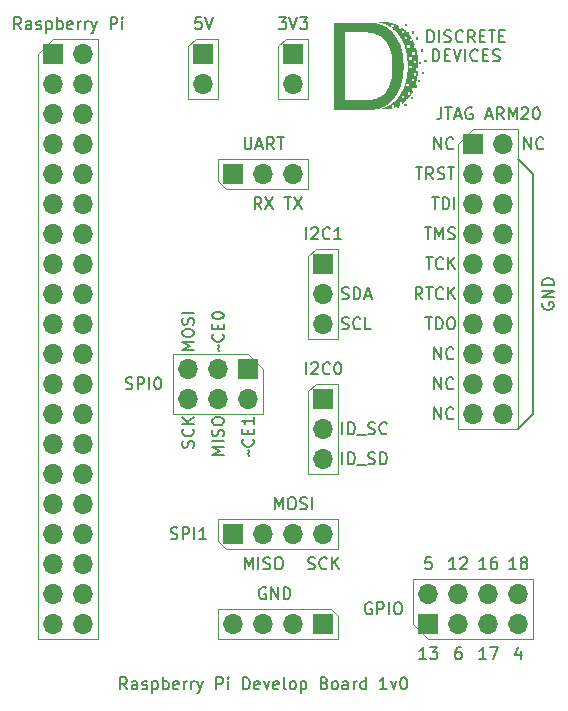
<source format=gbr>
%TF.GenerationSoftware,KiCad,Pcbnew,6.0.9-8da3e8f707~117~ubuntu22.04.1*%
%TF.CreationDate,2022-12-19T08:44:55+01:00*%
%TF.ProjectId,rpi-dev-board,7270692d-6465-4762-9d62-6f6172642e6b,rev?*%
%TF.SameCoordinates,Original*%
%TF.FileFunction,Soldermask,Top*%
%TF.FilePolarity,Negative*%
%FSLAX46Y46*%
G04 Gerber Fmt 4.6, Leading zero omitted, Abs format (unit mm)*
G04 Created by KiCad (PCBNEW 6.0.9-8da3e8f707~117~ubuntu22.04.1) date 2022-12-19 08:44:55*
%MOMM*%
%LPD*%
G01*
G04 APERTURE LIST*
%ADD10C,0.000000*%
%ADD11C,0.150000*%
%ADD12C,0.100000*%
%ADD13R,1.700000X1.700000*%
%ADD14O,1.700000X1.700000*%
G04 APERTURE END LIST*
D10*
G36*
X127932058Y-65222678D02*
G01*
X127732070Y-65222678D01*
X127732070Y-65022690D01*
X127932058Y-65022690D01*
X127932058Y-65222678D01*
G37*
G36*
X127388837Y-62307817D02*
G01*
X127188745Y-62307817D01*
X127188745Y-62107830D01*
X127388837Y-62107830D01*
X127388837Y-62307817D01*
G37*
D11*
X135890000Y-72390000D02*
X137160000Y-73660000D01*
D10*
G36*
X126436129Y-67941893D02*
G01*
X126236141Y-67941893D01*
X126236141Y-67741905D01*
X126436129Y-67741905D01*
X126436129Y-67941893D01*
G37*
D11*
X137160000Y-73660000D02*
X137160000Y-92710000D01*
D10*
G36*
X127038781Y-61575254D02*
G01*
X127038781Y-61775241D01*
X126838793Y-61775241D01*
X126838793Y-61575253D01*
X127038781Y-61575254D01*
G37*
D11*
X137160000Y-93980000D02*
X135890000Y-95250000D01*
D10*
G36*
X127845243Y-63301659D02*
G01*
X127645255Y-63301659D01*
X127645255Y-63101671D01*
X127845243Y-63101671D01*
X127845243Y-63301659D01*
G37*
G36*
X126997542Y-67322603D02*
G01*
X126797554Y-67322603D01*
X126797554Y-67122615D01*
X126997542Y-67122614D01*
X126997542Y-67322603D01*
G37*
G36*
X127684424Y-64344695D02*
G01*
X127484436Y-64344695D01*
X127484436Y-64144707D01*
X127684424Y-64144707D01*
X127684424Y-64344695D01*
G37*
D11*
X137160000Y-92710000D02*
X137160000Y-93980000D01*
D10*
G36*
X126491735Y-61127630D02*
G01*
X126291747Y-61127630D01*
X126291747Y-60927642D01*
X126491735Y-60927642D01*
X126491735Y-61127630D01*
G37*
G36*
X123154367Y-60848784D02*
G01*
X123328516Y-60852634D01*
X123497901Y-60864185D01*
X123662523Y-60883436D01*
X123822382Y-60910387D01*
X123977479Y-60945039D01*
X124127813Y-60987390D01*
X124273384Y-61037440D01*
X124414193Y-61095191D01*
X124550239Y-61160640D01*
X124681523Y-61233789D01*
X124808044Y-61314637D01*
X124929803Y-61403184D01*
X125046800Y-61499429D01*
X125159035Y-61603374D01*
X125266508Y-61715016D01*
X125369219Y-61834357D01*
X125466413Y-61960444D01*
X125557337Y-62092325D01*
X125641990Y-62230000D01*
X125720373Y-62373469D01*
X125792485Y-62522733D01*
X125858326Y-62677791D01*
X125917897Y-62838643D01*
X125971197Y-63005289D01*
X126018227Y-63177730D01*
X126058986Y-63355965D01*
X126093474Y-63539994D01*
X126121692Y-63729818D01*
X126143639Y-63925437D01*
X126159316Y-64126850D01*
X126168722Y-64334058D01*
X126171857Y-64547060D01*
X126168682Y-64760102D01*
X126159158Y-64967428D01*
X126143285Y-65169038D01*
X126121062Y-65364932D01*
X126092489Y-65555111D01*
X126057567Y-65739575D01*
X126016295Y-65918323D01*
X125968673Y-66091356D01*
X125914701Y-66258674D01*
X125854379Y-66420277D01*
X125787707Y-66576165D01*
X125714684Y-66726339D01*
X125635312Y-66870799D01*
X125549588Y-67009544D01*
X125457514Y-67142575D01*
X125359090Y-67269892D01*
X125282967Y-67359614D01*
X125204235Y-67445051D01*
X125122896Y-67526203D01*
X125038949Y-67603070D01*
X124952395Y-67675653D01*
X124863235Y-67743952D01*
X124771470Y-67807969D01*
X124677100Y-67867703D01*
X124580125Y-67923156D01*
X124480547Y-67974328D01*
X124378366Y-68021219D01*
X124273582Y-68063831D01*
X124166196Y-68102163D01*
X124056209Y-68136216D01*
X123943621Y-68165991D01*
X123828434Y-68191489D01*
X123972458Y-68175316D01*
X124112874Y-68153210D01*
X124249681Y-68125171D01*
X124382880Y-68091198D01*
X124500221Y-68055065D01*
X125167783Y-68055065D01*
X125367771Y-68055065D01*
X125367771Y-67855077D01*
X125167783Y-67855077D01*
X125167783Y-68055065D01*
X124500221Y-68055065D01*
X124512470Y-68051293D01*
X124638451Y-68005454D01*
X124760823Y-67953681D01*
X124879586Y-67895975D01*
X124994739Y-67832335D01*
X125106283Y-67762761D01*
X125214217Y-67687253D01*
X125318542Y-67605810D01*
X125419257Y-67518434D01*
X125516362Y-67425122D01*
X125609856Y-67325876D01*
X125682341Y-67241057D01*
X126008351Y-67241057D01*
X126208339Y-67241057D01*
X126208339Y-67041069D01*
X126008351Y-67041069D01*
X126008351Y-67241057D01*
X125682341Y-67241057D01*
X125699741Y-67220696D01*
X125798167Y-67093379D01*
X125885592Y-66967069D01*
X126542479Y-66967069D01*
X126742467Y-66967069D01*
X126742467Y-66767081D01*
X126542479Y-66767081D01*
X126542479Y-66967069D01*
X125885592Y-66967069D01*
X125890244Y-66960349D01*
X125975972Y-66821603D01*
X126055351Y-66677144D01*
X126128382Y-66526970D01*
X126195063Y-66371081D01*
X126243080Y-66242462D01*
X126387760Y-66242462D01*
X126587748Y-66242462D01*
X126587748Y-66042475D01*
X126387760Y-66042475D01*
X126387760Y-66242462D01*
X126243080Y-66242462D01*
X126255394Y-66209477D01*
X126309376Y-66042159D01*
X126357008Y-65869125D01*
X126365356Y-65832978D01*
X126877549Y-65832978D01*
X127077536Y-65832978D01*
X127077536Y-65632990D01*
X126877549Y-65632990D01*
X126877549Y-65832978D01*
X126365356Y-65832978D01*
X126398289Y-65690377D01*
X126433220Y-65505913D01*
X126455267Y-65359207D01*
X127045290Y-65359207D01*
X127245278Y-65359207D01*
X127245278Y-65159220D01*
X127045290Y-65159220D01*
X127045290Y-65359207D01*
X126455267Y-65359207D01*
X126461800Y-65315734D01*
X126484030Y-65119840D01*
X126499909Y-64918230D01*
X126509436Y-64710905D01*
X126509811Y-64685759D01*
X126657407Y-64685759D01*
X126857395Y-64685759D01*
X126857395Y-64485771D01*
X126657407Y-64485771D01*
X126657407Y-64685759D01*
X126509811Y-64685759D01*
X126512612Y-64497864D01*
X126509639Y-64295912D01*
X127031545Y-64295912D01*
X127231533Y-64295912D01*
X127231533Y-64095925D01*
X127031545Y-64095925D01*
X127031545Y-64295912D01*
X126509639Y-64295912D01*
X126509476Y-64284862D01*
X126500070Y-64077655D01*
X126492129Y-63975623D01*
X126654927Y-63975623D01*
X126854915Y-63975623D01*
X126854915Y-63775635D01*
X126654927Y-63775635D01*
X126654927Y-63975623D01*
X126492129Y-63975623D01*
X126484394Y-63876242D01*
X126462447Y-63680624D01*
X126434229Y-63490800D01*
X126408196Y-63351888D01*
X126908039Y-63351888D01*
X126908040Y-63551876D01*
X127108026Y-63551876D01*
X127108026Y-63351888D01*
X126908039Y-63351888D01*
X126408196Y-63351888D01*
X126399740Y-63306770D01*
X126358981Y-63128535D01*
X126319521Y-62983849D01*
X126486772Y-62983849D01*
X126686864Y-62983849D01*
X126686864Y-62783861D01*
X126486772Y-62783861D01*
X126486772Y-62983849D01*
X126319521Y-62983849D01*
X126311952Y-62956094D01*
X126258651Y-62789447D01*
X126199080Y-62628595D01*
X126133239Y-62473537D01*
X126061127Y-62324273D01*
X126012498Y-62235263D01*
X126274900Y-62235263D01*
X126474887Y-62235263D01*
X126474887Y-62035275D01*
X126274900Y-62035275D01*
X126274900Y-62235263D01*
X126012498Y-62235263D01*
X125982744Y-62180803D01*
X125898091Y-62043128D01*
X125807168Y-61911248D01*
X125709973Y-61785161D01*
X125695298Y-61768109D01*
X126019928Y-61768109D01*
X126219916Y-61768109D01*
X126219916Y-61568121D01*
X126019928Y-61568121D01*
X126019928Y-61768109D01*
X125695298Y-61768109D01*
X125607262Y-61665821D01*
X125499786Y-61554179D01*
X125387546Y-61450235D01*
X125270542Y-61353989D01*
X125148775Y-61265443D01*
X125089507Y-61227573D01*
X125118175Y-61227573D01*
X125318163Y-61227573D01*
X125318163Y-61027585D01*
X125118175Y-61027585D01*
X125118175Y-61227573D01*
X125089507Y-61227573D01*
X125022245Y-61184595D01*
X124890951Y-61111446D01*
X124754895Y-61045996D01*
X124614077Y-60988246D01*
X124468496Y-60938195D01*
X124318153Y-60895843D01*
X124163048Y-60861192D01*
X124003182Y-60834241D01*
X123838555Y-60814989D01*
X123669167Y-60803439D01*
X123495018Y-60799588D01*
X124391088Y-60799588D01*
X124498331Y-60801036D01*
X124603784Y-60805378D01*
X124707448Y-60812615D01*
X124809321Y-60822744D01*
X124909406Y-60835766D01*
X125007702Y-60851680D01*
X125104210Y-60870484D01*
X125198930Y-60892179D01*
X125291864Y-60916764D01*
X125383010Y-60944237D01*
X125472370Y-60974597D01*
X125559944Y-61007846D01*
X125645733Y-61043980D01*
X125729736Y-61083000D01*
X125811956Y-61124905D01*
X125892391Y-61169695D01*
X125783251Y-61169695D01*
X125783251Y-61369683D01*
X125983239Y-61369683D01*
X125983239Y-61224782D01*
X126046103Y-61266370D01*
X126107756Y-61309914D01*
X126168202Y-61355410D01*
X126227444Y-61402851D01*
X126285487Y-61452231D01*
X126342335Y-61503544D01*
X126397991Y-61556783D01*
X126452460Y-61611942D01*
X126599842Y-61611942D01*
X126599842Y-61777927D01*
X126605939Y-61785161D01*
X126645990Y-61835458D01*
X126685001Y-61886715D01*
X126722977Y-61938927D01*
X126759922Y-61992090D01*
X126795842Y-62046201D01*
X126830742Y-62101255D01*
X126864625Y-62157249D01*
X126897498Y-62214179D01*
X126705056Y-62214179D01*
X126705056Y-62414168D01*
X126905043Y-62414168D01*
X126905043Y-62227616D01*
X126940383Y-62292724D01*
X126974447Y-62359014D01*
X127007231Y-62426488D01*
X127038732Y-62495148D01*
X127068948Y-62564996D01*
X127097875Y-62636034D01*
X127125510Y-62708264D01*
X127151850Y-62781690D01*
X127012531Y-62781690D01*
X127012531Y-62981677D01*
X127212519Y-62981677D01*
X127212519Y-62972376D01*
X127232154Y-63042053D01*
X127250740Y-63112700D01*
X127268281Y-63184313D01*
X127284781Y-63256888D01*
X127300246Y-63330421D01*
X127314679Y-63404909D01*
X127328085Y-63480347D01*
X127340468Y-63556732D01*
X127428939Y-63556732D01*
X127428939Y-63756722D01*
X127367546Y-63756722D01*
X127377133Y-63845247D01*
X127385453Y-63934943D01*
X127392504Y-64025813D01*
X127398280Y-64117859D01*
X127402780Y-64211085D01*
X127405998Y-64305493D01*
X127407932Y-64401085D01*
X127408577Y-64497866D01*
X127408329Y-64556126D01*
X127407597Y-64613943D01*
X127406400Y-64671340D01*
X127404753Y-64728342D01*
X127250138Y-64728342D01*
X127250138Y-64928330D01*
X127395143Y-64928330D01*
X127382199Y-65095251D01*
X127364900Y-65258251D01*
X127343249Y-65417333D01*
X127317249Y-65572501D01*
X127286904Y-65723758D01*
X127252218Y-65871107D01*
X127213193Y-66014551D01*
X127169834Y-66154094D01*
X127262542Y-66154094D01*
X127262542Y-66354082D01*
X127097383Y-66354082D01*
X127084191Y-66387331D01*
X127077504Y-66403877D01*
X127070719Y-66420331D01*
X126910935Y-66420331D01*
X126910935Y-66620319D01*
X126979869Y-66620319D01*
X126938516Y-66701356D01*
X126895270Y-66780688D01*
X126850127Y-66858311D01*
X126803083Y-66934224D01*
X126754133Y-67008421D01*
X126703274Y-67080901D01*
X126650501Y-67151660D01*
X126595810Y-67220696D01*
X126583665Y-67235497D01*
X126571451Y-67250169D01*
X126559170Y-67264730D01*
X126546820Y-67279193D01*
X126407708Y-67279193D01*
X126407708Y-67429572D01*
X126365103Y-67471477D01*
X126321795Y-67512222D01*
X126277783Y-67551806D01*
X126233065Y-67590229D01*
X126187640Y-67627490D01*
X126141507Y-67663588D01*
X126094664Y-67698523D01*
X126047110Y-67732292D01*
X126047110Y-67598348D01*
X125847123Y-67598348D01*
X125847123Y-67798335D01*
X125946445Y-67798335D01*
X125926602Y-67810578D01*
X125906641Y-67822633D01*
X125886565Y-67834500D01*
X125866375Y-67846181D01*
X125825655Y-67868983D01*
X125784491Y-67891043D01*
X125784491Y-68085967D01*
X125584503Y-68085967D01*
X125584503Y-67984680D01*
X125517786Y-68011475D01*
X125450023Y-68036549D01*
X125381213Y-68059900D01*
X125311356Y-68081528D01*
X125240450Y-68101431D01*
X125168496Y-68119609D01*
X125095491Y-68136061D01*
X125021437Y-68150785D01*
X124946331Y-68163781D01*
X124870172Y-68175047D01*
X124792962Y-68184583D01*
X124714697Y-68192387D01*
X124635378Y-68198459D01*
X124555004Y-68202797D01*
X124473574Y-68205400D01*
X124391088Y-68206269D01*
X123744615Y-68206269D01*
X123673991Y-68217610D01*
X123602493Y-68227514D01*
X123530108Y-68235958D01*
X123456822Y-68242918D01*
X123382619Y-68248372D01*
X123307486Y-68252297D01*
X123231406Y-68254669D01*
X123154367Y-68255464D01*
X120299348Y-68255464D01*
X120299348Y-67422338D01*
X121244303Y-67422338D01*
X122991793Y-67422338D01*
X123126889Y-67419480D01*
X123257858Y-67410907D01*
X123384700Y-67396619D01*
X123507415Y-67376616D01*
X123626003Y-67350898D01*
X123740463Y-67319464D01*
X123850795Y-67282316D01*
X123957000Y-67239452D01*
X124059078Y-67190874D01*
X124157028Y-67136580D01*
X124250851Y-67076572D01*
X124340546Y-67010849D01*
X124426113Y-66939410D01*
X124507552Y-66862257D01*
X124584864Y-66779389D01*
X124658048Y-66690807D01*
X124726945Y-66596747D01*
X124791398Y-66497449D01*
X124851405Y-66392911D01*
X124906967Y-66283134D01*
X124958084Y-66168118D01*
X125004757Y-66047864D01*
X125046984Y-65922370D01*
X125084766Y-65791638D01*
X125118104Y-65655667D01*
X125146996Y-65514457D01*
X125171443Y-65368009D01*
X125191446Y-65216322D01*
X125207003Y-65059397D01*
X125218115Y-64897233D01*
X125224783Y-64729831D01*
X125227005Y-64557190D01*
X125224783Y-64383319D01*
X125218115Y-64214767D01*
X125207003Y-64051533D01*
X125191446Y-63893617D01*
X125171443Y-63741020D01*
X125146996Y-63593741D01*
X125118104Y-63451780D01*
X125084766Y-63315138D01*
X125046984Y-63183813D01*
X125004757Y-63057806D01*
X124958084Y-62937118D01*
X124906967Y-62821748D01*
X124851405Y-62711695D01*
X124791398Y-62606960D01*
X124726945Y-62507544D01*
X124658048Y-62413445D01*
X124584864Y-62324862D01*
X124507552Y-62241994D01*
X124426113Y-62164841D01*
X124340545Y-62093403D01*
X124250851Y-62027679D01*
X124157028Y-61967671D01*
X124059078Y-61913377D01*
X123957000Y-61864799D01*
X123850795Y-61821935D01*
X123740462Y-61784786D01*
X123626002Y-61753353D01*
X123507414Y-61727634D01*
X123384700Y-61707631D01*
X123257858Y-61693343D01*
X123126889Y-61684770D01*
X122991793Y-61681912D01*
X121244303Y-61681912D01*
X121244303Y-67422338D01*
X120299348Y-67422338D01*
X120299348Y-60848784D01*
X123154367Y-60848784D01*
G37*
G36*
X127572184Y-65921861D02*
G01*
X127372196Y-65921861D01*
X127372196Y-65721874D01*
X127572184Y-65721874D01*
X127572184Y-65921861D01*
G37*
G36*
X128114786Y-64197728D02*
G01*
X127914798Y-64197728D01*
X127914798Y-63997637D01*
X128114786Y-63997637D01*
X128114786Y-64197728D01*
G37*
D11*
X108354761Y-96839404D02*
X108402380Y-96696547D01*
X108402380Y-96458452D01*
X108354761Y-96363214D01*
X108307142Y-96315595D01*
X108211904Y-96267976D01*
X108116666Y-96267976D01*
X108021428Y-96315595D01*
X107973809Y-96363214D01*
X107926190Y-96458452D01*
X107878571Y-96648928D01*
X107830952Y-96744166D01*
X107783333Y-96791785D01*
X107688095Y-96839404D01*
X107592857Y-96839404D01*
X107497619Y-96791785D01*
X107450000Y-96744166D01*
X107402380Y-96648928D01*
X107402380Y-96410833D01*
X107450000Y-96267976D01*
X108307142Y-95267976D02*
X108354761Y-95315595D01*
X108402380Y-95458452D01*
X108402380Y-95553690D01*
X108354761Y-95696547D01*
X108259523Y-95791785D01*
X108164285Y-95839404D01*
X107973809Y-95887023D01*
X107830952Y-95887023D01*
X107640476Y-95839404D01*
X107545238Y-95791785D01*
X107450000Y-95696547D01*
X107402380Y-95553690D01*
X107402380Y-95458452D01*
X107450000Y-95315595D01*
X107497619Y-95267976D01*
X108402380Y-94839404D02*
X107402380Y-94839404D01*
X108402380Y-94267976D02*
X107830952Y-94696547D01*
X107402380Y-94267976D02*
X107973809Y-94839404D01*
X115268571Y-102052380D02*
X115268571Y-101052380D01*
X115601904Y-101766666D01*
X115935238Y-101052380D01*
X115935238Y-102052380D01*
X116601904Y-101052380D02*
X116792380Y-101052380D01*
X116887619Y-101100000D01*
X116982857Y-101195238D01*
X117030476Y-101385714D01*
X117030476Y-101719047D01*
X116982857Y-101909523D01*
X116887619Y-102004761D01*
X116792380Y-102052380D01*
X116601904Y-102052380D01*
X116506666Y-102004761D01*
X116411428Y-101909523D01*
X116363809Y-101719047D01*
X116363809Y-101385714D01*
X116411428Y-101195238D01*
X116506666Y-101100000D01*
X116601904Y-101052380D01*
X117411428Y-102004761D02*
X117554285Y-102052380D01*
X117792380Y-102052380D01*
X117887619Y-102004761D01*
X117935238Y-101957142D01*
X117982857Y-101861904D01*
X117982857Y-101766666D01*
X117935238Y-101671428D01*
X117887619Y-101623809D01*
X117792380Y-101576190D01*
X117601904Y-101528571D01*
X117506666Y-101480952D01*
X117459047Y-101433333D01*
X117411428Y-101338095D01*
X117411428Y-101242857D01*
X117459047Y-101147619D01*
X117506666Y-101100000D01*
X117601904Y-101052380D01*
X117840000Y-101052380D01*
X117982857Y-101100000D01*
X118411428Y-102052380D02*
X118411428Y-101052380D01*
X128045833Y-80732380D02*
X128617261Y-80732380D01*
X128331547Y-81732380D02*
X128331547Y-80732380D01*
X129522023Y-81637142D02*
X129474404Y-81684761D01*
X129331547Y-81732380D01*
X129236309Y-81732380D01*
X129093452Y-81684761D01*
X128998214Y-81589523D01*
X128950595Y-81494285D01*
X128902976Y-81303809D01*
X128902976Y-81160952D01*
X128950595Y-80970476D01*
X128998214Y-80875238D01*
X129093452Y-80780000D01*
X129236309Y-80732380D01*
X129331547Y-80732380D01*
X129474404Y-80780000D01*
X129522023Y-80827619D01*
X129950595Y-81732380D02*
X129950595Y-80732380D01*
X130522023Y-81732380D02*
X130093452Y-81160952D01*
X130522023Y-80732380D02*
X129950595Y-81303809D01*
X128183095Y-62512380D02*
X128183095Y-61512380D01*
X128421190Y-61512380D01*
X128564047Y-61560000D01*
X128659285Y-61655238D01*
X128706904Y-61750476D01*
X128754523Y-61940952D01*
X128754523Y-62083809D01*
X128706904Y-62274285D01*
X128659285Y-62369523D01*
X128564047Y-62464761D01*
X128421190Y-62512380D01*
X128183095Y-62512380D01*
X129183095Y-62512380D02*
X129183095Y-61512380D01*
X129611666Y-62464761D02*
X129754523Y-62512380D01*
X129992619Y-62512380D01*
X130087857Y-62464761D01*
X130135476Y-62417142D01*
X130183095Y-62321904D01*
X130183095Y-62226666D01*
X130135476Y-62131428D01*
X130087857Y-62083809D01*
X129992619Y-62036190D01*
X129802142Y-61988571D01*
X129706904Y-61940952D01*
X129659285Y-61893333D01*
X129611666Y-61798095D01*
X129611666Y-61702857D01*
X129659285Y-61607619D01*
X129706904Y-61560000D01*
X129802142Y-61512380D01*
X130040238Y-61512380D01*
X130183095Y-61560000D01*
X131183095Y-62417142D02*
X131135476Y-62464761D01*
X130992619Y-62512380D01*
X130897380Y-62512380D01*
X130754523Y-62464761D01*
X130659285Y-62369523D01*
X130611666Y-62274285D01*
X130564047Y-62083809D01*
X130564047Y-61940952D01*
X130611666Y-61750476D01*
X130659285Y-61655238D01*
X130754523Y-61560000D01*
X130897380Y-61512380D01*
X130992619Y-61512380D01*
X131135476Y-61560000D01*
X131183095Y-61607619D01*
X132183095Y-62512380D02*
X131849761Y-62036190D01*
X131611666Y-62512380D02*
X131611666Y-61512380D01*
X131992619Y-61512380D01*
X132087857Y-61560000D01*
X132135476Y-61607619D01*
X132183095Y-61702857D01*
X132183095Y-61845714D01*
X132135476Y-61940952D01*
X132087857Y-61988571D01*
X131992619Y-62036190D01*
X131611666Y-62036190D01*
X132611666Y-61988571D02*
X132945000Y-61988571D01*
X133087857Y-62512380D02*
X132611666Y-62512380D01*
X132611666Y-61512380D01*
X133087857Y-61512380D01*
X133373571Y-61512380D02*
X133945000Y-61512380D01*
X133659285Y-62512380D02*
X133659285Y-61512380D01*
X134278333Y-61988571D02*
X134611666Y-61988571D01*
X134754523Y-62512380D02*
X134278333Y-62512380D01*
X134278333Y-61512380D01*
X134754523Y-61512380D01*
X128635476Y-64122380D02*
X128635476Y-63122380D01*
X128873571Y-63122380D01*
X129016428Y-63170000D01*
X129111666Y-63265238D01*
X129159285Y-63360476D01*
X129206904Y-63550952D01*
X129206904Y-63693809D01*
X129159285Y-63884285D01*
X129111666Y-63979523D01*
X129016428Y-64074761D01*
X128873571Y-64122380D01*
X128635476Y-64122380D01*
X129635476Y-63598571D02*
X129968809Y-63598571D01*
X130111666Y-64122380D02*
X129635476Y-64122380D01*
X129635476Y-63122380D01*
X130111666Y-63122380D01*
X130397380Y-63122380D02*
X130730714Y-64122380D01*
X131064047Y-63122380D01*
X131397380Y-64122380D02*
X131397380Y-63122380D01*
X132445000Y-64027142D02*
X132397380Y-64074761D01*
X132254523Y-64122380D01*
X132159285Y-64122380D01*
X132016428Y-64074761D01*
X131921190Y-63979523D01*
X131873571Y-63884285D01*
X131825952Y-63693809D01*
X131825952Y-63550952D01*
X131873571Y-63360476D01*
X131921190Y-63265238D01*
X132016428Y-63170000D01*
X132159285Y-63122380D01*
X132254523Y-63122380D01*
X132397380Y-63170000D01*
X132445000Y-63217619D01*
X132873571Y-63598571D02*
X133206904Y-63598571D01*
X133349761Y-64122380D02*
X132873571Y-64122380D01*
X132873571Y-63122380D01*
X133349761Y-63122380D01*
X133730714Y-64074761D02*
X133873571Y-64122380D01*
X134111666Y-64122380D01*
X134206904Y-64074761D01*
X134254523Y-64027142D01*
X134302142Y-63931904D01*
X134302142Y-63836666D01*
X134254523Y-63741428D01*
X134206904Y-63693809D01*
X134111666Y-63646190D01*
X133921190Y-63598571D01*
X133825952Y-63550952D01*
X133778333Y-63503333D01*
X133730714Y-63408095D01*
X133730714Y-63312857D01*
X133778333Y-63217619D01*
X133825952Y-63170000D01*
X133921190Y-63122380D01*
X134159285Y-63122380D01*
X134302142Y-63170000D01*
X133159523Y-107132380D02*
X132588095Y-107132380D01*
X132873809Y-107132380D02*
X132873809Y-106132380D01*
X132778571Y-106275238D01*
X132683333Y-106370476D01*
X132588095Y-106418095D01*
X134016666Y-106132380D02*
X133826190Y-106132380D01*
X133730952Y-106180000D01*
X133683333Y-106227619D01*
X133588095Y-106370476D01*
X133540476Y-106560952D01*
X133540476Y-106941904D01*
X133588095Y-107037142D01*
X133635714Y-107084761D01*
X133730952Y-107132380D01*
X133921428Y-107132380D01*
X134016666Y-107084761D01*
X134064285Y-107037142D01*
X134111904Y-106941904D01*
X134111904Y-106703809D01*
X134064285Y-106608571D01*
X134016666Y-106560952D01*
X133921428Y-106513333D01*
X133730952Y-106513333D01*
X133635714Y-106560952D01*
X133588095Y-106608571D01*
X133540476Y-106703809D01*
X128508095Y-106132380D02*
X128031904Y-106132380D01*
X127984285Y-106608571D01*
X128031904Y-106560952D01*
X128127142Y-106513333D01*
X128365238Y-106513333D01*
X128460476Y-106560952D01*
X128508095Y-106608571D01*
X128555714Y-106703809D01*
X128555714Y-106941904D01*
X128508095Y-107037142D01*
X128460476Y-107084761D01*
X128365238Y-107132380D01*
X128127142Y-107132380D01*
X128031904Y-107084761D01*
X127984285Y-107037142D01*
X130602663Y-107132380D02*
X130031235Y-107132380D01*
X130316949Y-107132380D02*
X130316949Y-106132380D01*
X130221711Y-106275238D01*
X130126473Y-106370476D01*
X130031235Y-106418095D01*
X130983616Y-106227619D02*
X131031235Y-106180000D01*
X131126473Y-106132380D01*
X131364568Y-106132380D01*
X131459806Y-106180000D01*
X131507425Y-106227619D01*
X131555044Y-106322857D01*
X131555044Y-106418095D01*
X131507425Y-106560952D01*
X130935997Y-107132380D01*
X131555044Y-107132380D01*
X127760119Y-84272380D02*
X127426785Y-83796190D01*
X127188690Y-84272380D02*
X127188690Y-83272380D01*
X127569642Y-83272380D01*
X127664880Y-83320000D01*
X127712500Y-83367619D01*
X127760119Y-83462857D01*
X127760119Y-83605714D01*
X127712500Y-83700952D01*
X127664880Y-83748571D01*
X127569642Y-83796190D01*
X127188690Y-83796190D01*
X128045833Y-83272380D02*
X128617261Y-83272380D01*
X128331547Y-84272380D02*
X128331547Y-83272380D01*
X129522023Y-84177142D02*
X129474404Y-84224761D01*
X129331547Y-84272380D01*
X129236309Y-84272380D01*
X129093452Y-84224761D01*
X128998214Y-84129523D01*
X128950595Y-84034285D01*
X128902976Y-83843809D01*
X128902976Y-83700952D01*
X128950595Y-83510476D01*
X128998214Y-83415238D01*
X129093452Y-83320000D01*
X129236309Y-83272380D01*
X129331547Y-83272380D01*
X129474404Y-83320000D01*
X129522023Y-83367619D01*
X129950595Y-84272380D02*
X129950595Y-83272380D01*
X130522023Y-84272380D02*
X130093452Y-83700952D01*
X130522023Y-83272380D02*
X129950595Y-83843809D01*
X120985595Y-95702380D02*
X120985595Y-94702380D01*
X121461785Y-95702380D02*
X121461785Y-94702380D01*
X121699880Y-94702380D01*
X121842738Y-94750000D01*
X121937976Y-94845238D01*
X121985595Y-94940476D01*
X122033214Y-95130952D01*
X122033214Y-95273809D01*
X121985595Y-95464285D01*
X121937976Y-95559523D01*
X121842738Y-95654761D01*
X121699880Y-95702380D01*
X121461785Y-95702380D01*
X122223690Y-95797619D02*
X122985595Y-95797619D01*
X123176071Y-95654761D02*
X123318928Y-95702380D01*
X123557023Y-95702380D01*
X123652261Y-95654761D01*
X123699880Y-95607142D01*
X123747500Y-95511904D01*
X123747500Y-95416666D01*
X123699880Y-95321428D01*
X123652261Y-95273809D01*
X123557023Y-95226190D01*
X123366547Y-95178571D01*
X123271309Y-95130952D01*
X123223690Y-95083333D01*
X123176071Y-94988095D01*
X123176071Y-94892857D01*
X123223690Y-94797619D01*
X123271309Y-94750000D01*
X123366547Y-94702380D01*
X123604642Y-94702380D01*
X123747500Y-94750000D01*
X124747500Y-95607142D02*
X124699880Y-95654761D01*
X124557023Y-95702380D01*
X124461785Y-95702380D01*
X124318928Y-95654761D01*
X124223690Y-95559523D01*
X124176071Y-95464285D01*
X124128452Y-95273809D01*
X124128452Y-95130952D01*
X124176071Y-94940476D01*
X124223690Y-94845238D01*
X124318928Y-94750000D01*
X124461785Y-94702380D01*
X124557023Y-94702380D01*
X124699880Y-94750000D01*
X124747500Y-94797619D01*
X114133333Y-76652380D02*
X113800000Y-76176190D01*
X113561904Y-76652380D02*
X113561904Y-75652380D01*
X113942857Y-75652380D01*
X114038095Y-75700000D01*
X114085714Y-75747619D01*
X114133333Y-75842857D01*
X114133333Y-75985714D01*
X114085714Y-76080952D01*
X114038095Y-76128571D01*
X113942857Y-76176190D01*
X113561904Y-76176190D01*
X114466666Y-75652380D02*
X115133333Y-76652380D01*
X115133333Y-75652380D02*
X114466666Y-76652380D01*
X136374285Y-71572380D02*
X136374285Y-70572380D01*
X136945714Y-71572380D01*
X136945714Y-70572380D01*
X137993333Y-71477142D02*
X137945714Y-71524761D01*
X137802857Y-71572380D01*
X137707619Y-71572380D01*
X137564761Y-71524761D01*
X137469523Y-71429523D01*
X137421904Y-71334285D01*
X137374285Y-71143809D01*
X137374285Y-71000952D01*
X137421904Y-70810476D01*
X137469523Y-70715238D01*
X137564761Y-70620000D01*
X137707619Y-70572380D01*
X137802857Y-70572380D01*
X137945714Y-70620000D01*
X137993333Y-70667619D01*
X135699523Y-107132380D02*
X135128095Y-107132380D01*
X135413809Y-107132380D02*
X135413809Y-106132380D01*
X135318571Y-106275238D01*
X135223333Y-106370476D01*
X135128095Y-106418095D01*
X136270952Y-106560952D02*
X136175714Y-106513333D01*
X136128095Y-106465714D01*
X136080476Y-106370476D01*
X136080476Y-106322857D01*
X136128095Y-106227619D01*
X136175714Y-106180000D01*
X136270952Y-106132380D01*
X136461428Y-106132380D01*
X136556666Y-106180000D01*
X136604285Y-106227619D01*
X136651904Y-106322857D01*
X136651904Y-106370476D01*
X136604285Y-106465714D01*
X136556666Y-106513333D01*
X136461428Y-106560952D01*
X136270952Y-106560952D01*
X136175714Y-106608571D01*
X136128095Y-106656190D01*
X136080476Y-106751428D01*
X136080476Y-106941904D01*
X136128095Y-107037142D01*
X136175714Y-107084761D01*
X136270952Y-107132380D01*
X136461428Y-107132380D01*
X136556666Y-107084761D01*
X136604285Y-107037142D01*
X136651904Y-106941904D01*
X136651904Y-106751428D01*
X136604285Y-106656190D01*
X136556666Y-106608571D01*
X136461428Y-106560952D01*
X128754285Y-89352380D02*
X128754285Y-88352380D01*
X129325714Y-89352380D01*
X129325714Y-88352380D01*
X130373333Y-89257142D02*
X130325714Y-89304761D01*
X130182857Y-89352380D01*
X130087619Y-89352380D01*
X129944761Y-89304761D01*
X129849523Y-89209523D01*
X129801904Y-89114285D01*
X129754285Y-88923809D01*
X129754285Y-88780952D01*
X129801904Y-88590476D01*
X129849523Y-88495238D01*
X129944761Y-88400000D01*
X130087619Y-88352380D01*
X130182857Y-88352380D01*
X130325714Y-88400000D01*
X130373333Y-88447619D01*
X120937976Y-84224761D02*
X121080833Y-84272380D01*
X121318928Y-84272380D01*
X121414166Y-84224761D01*
X121461785Y-84177142D01*
X121509404Y-84081904D01*
X121509404Y-83986666D01*
X121461785Y-83891428D01*
X121414166Y-83843809D01*
X121318928Y-83796190D01*
X121128452Y-83748571D01*
X121033214Y-83700952D01*
X120985595Y-83653333D01*
X120937976Y-83558095D01*
X120937976Y-83462857D01*
X120985595Y-83367619D01*
X121033214Y-83320000D01*
X121128452Y-83272380D01*
X121366547Y-83272380D01*
X121509404Y-83320000D01*
X121937976Y-84272380D02*
X121937976Y-83272380D01*
X122176071Y-83272380D01*
X122318928Y-83320000D01*
X122414166Y-83415238D01*
X122461785Y-83510476D01*
X122509404Y-83700952D01*
X122509404Y-83843809D01*
X122461785Y-84034285D01*
X122414166Y-84129523D01*
X122318928Y-84224761D01*
X122176071Y-84272380D01*
X121937976Y-84272380D01*
X122890357Y-83986666D02*
X123366547Y-83986666D01*
X122795119Y-84272380D02*
X123128452Y-83272380D01*
X123461785Y-84272380D01*
X136080476Y-114085714D02*
X136080476Y-114752380D01*
X135842380Y-113704761D02*
X135604285Y-114419047D01*
X136223333Y-114419047D01*
X128754285Y-91892380D02*
X128754285Y-90892380D01*
X129325714Y-91892380D01*
X129325714Y-90892380D01*
X130373333Y-91797142D02*
X130325714Y-91844761D01*
X130182857Y-91892380D01*
X130087619Y-91892380D01*
X129944761Y-91844761D01*
X129849523Y-91749523D01*
X129801904Y-91654285D01*
X129754285Y-91463809D01*
X129754285Y-91320952D01*
X129801904Y-91130476D01*
X129849523Y-91035238D01*
X129944761Y-90940000D01*
X130087619Y-90892380D01*
X130182857Y-90892380D01*
X130325714Y-90940000D01*
X130373333Y-90987619D01*
X127998214Y-85812380D02*
X128569642Y-85812380D01*
X128283928Y-86812380D02*
X128283928Y-85812380D01*
X128902976Y-86812380D02*
X128902976Y-85812380D01*
X129141071Y-85812380D01*
X129283928Y-85860000D01*
X129379166Y-85955238D01*
X129426785Y-86050476D01*
X129474404Y-86240952D01*
X129474404Y-86383809D01*
X129426785Y-86574285D01*
X129379166Y-86669523D01*
X129283928Y-86764761D01*
X129141071Y-86812380D01*
X128902976Y-86812380D01*
X130093452Y-85812380D02*
X130283928Y-85812380D01*
X130379166Y-85860000D01*
X130474404Y-85955238D01*
X130522023Y-86145714D01*
X130522023Y-86479047D01*
X130474404Y-86669523D01*
X130379166Y-86764761D01*
X130283928Y-86812380D01*
X130093452Y-86812380D01*
X129998214Y-86764761D01*
X129902976Y-86669523D01*
X129855357Y-86479047D01*
X129855357Y-86145714D01*
X129902976Y-85955238D01*
X129998214Y-85860000D01*
X130093452Y-85812380D01*
X113101428Y-97553690D02*
X113053809Y-97506071D01*
X113006190Y-97410833D01*
X113101428Y-97220357D01*
X113053809Y-97125119D01*
X113006190Y-97077500D01*
X113387142Y-96125119D02*
X113434761Y-96172738D01*
X113482380Y-96315595D01*
X113482380Y-96410833D01*
X113434761Y-96553690D01*
X113339523Y-96648928D01*
X113244285Y-96696547D01*
X113053809Y-96744166D01*
X112910952Y-96744166D01*
X112720476Y-96696547D01*
X112625238Y-96648928D01*
X112530000Y-96553690D01*
X112482380Y-96410833D01*
X112482380Y-96315595D01*
X112530000Y-96172738D01*
X112577619Y-96125119D01*
X112958571Y-95696547D02*
X112958571Y-95363214D01*
X113482380Y-95220357D02*
X113482380Y-95696547D01*
X112482380Y-95696547D01*
X112482380Y-95220357D01*
X113482380Y-94267976D02*
X113482380Y-94839404D01*
X113482380Y-94553690D02*
X112482380Y-94553690D01*
X112625238Y-94648928D01*
X112720476Y-94744166D01*
X112768095Y-94839404D01*
X128754285Y-94432380D02*
X128754285Y-93432380D01*
X129325714Y-94432380D01*
X129325714Y-93432380D01*
X130373333Y-94337142D02*
X130325714Y-94384761D01*
X130182857Y-94432380D01*
X130087619Y-94432380D01*
X129944761Y-94384761D01*
X129849523Y-94289523D01*
X129801904Y-94194285D01*
X129754285Y-94003809D01*
X129754285Y-93860952D01*
X129801904Y-93670476D01*
X129849523Y-93575238D01*
X129944761Y-93480000D01*
X130087619Y-93432380D01*
X130182857Y-93432380D01*
X130325714Y-93480000D01*
X130373333Y-93527619D01*
X127950595Y-78192380D02*
X128522023Y-78192380D01*
X128236309Y-79192380D02*
X128236309Y-78192380D01*
X128855357Y-79192380D02*
X128855357Y-78192380D01*
X129188690Y-78906666D01*
X129522023Y-78192380D01*
X129522023Y-79192380D01*
X129950595Y-79144761D02*
X130093452Y-79192380D01*
X130331547Y-79192380D01*
X130426785Y-79144761D01*
X130474404Y-79097142D01*
X130522023Y-79001904D01*
X130522023Y-78906666D01*
X130474404Y-78811428D01*
X130426785Y-78763809D01*
X130331547Y-78716190D01*
X130141071Y-78668571D01*
X130045833Y-78620952D01*
X129998214Y-78573333D01*
X129950595Y-78478095D01*
X129950595Y-78382857D01*
X129998214Y-78287619D01*
X130045833Y-78240000D01*
X130141071Y-78192380D01*
X130379166Y-78192380D01*
X130522023Y-78240000D01*
X128569642Y-75652380D02*
X129141071Y-75652380D01*
X128855357Y-76652380D02*
X128855357Y-75652380D01*
X129474404Y-76652380D02*
X129474404Y-75652380D01*
X129712500Y-75652380D01*
X129855357Y-75700000D01*
X129950595Y-75795238D01*
X129998214Y-75890476D01*
X130045833Y-76080952D01*
X130045833Y-76223809D01*
X129998214Y-76414285D01*
X129950595Y-76509523D01*
X129855357Y-76604761D01*
X129712500Y-76652380D01*
X129474404Y-76652380D01*
X130474404Y-76652380D02*
X130474404Y-75652380D01*
X128079523Y-114752380D02*
X127508095Y-114752380D01*
X127793809Y-114752380D02*
X127793809Y-113752380D01*
X127698571Y-113895238D01*
X127603333Y-113990476D01*
X127508095Y-114038095D01*
X128412857Y-113752380D02*
X129031904Y-113752380D01*
X128698571Y-114133333D01*
X128841428Y-114133333D01*
X128936666Y-114180952D01*
X128984285Y-114228571D01*
X129031904Y-114323809D01*
X129031904Y-114561904D01*
X128984285Y-114657142D01*
X128936666Y-114704761D01*
X128841428Y-114752380D01*
X128555714Y-114752380D01*
X128460476Y-114704761D01*
X128412857Y-114657142D01*
X128754285Y-71572380D02*
X128754285Y-70572380D01*
X129325714Y-71572380D01*
X129325714Y-70572380D01*
X130373333Y-71477142D02*
X130325714Y-71524761D01*
X130182857Y-71572380D01*
X130087619Y-71572380D01*
X129944761Y-71524761D01*
X129849523Y-71429523D01*
X129801904Y-71334285D01*
X129754285Y-71143809D01*
X129754285Y-71000952D01*
X129801904Y-70810476D01*
X129849523Y-70715238D01*
X129944761Y-70620000D01*
X130087619Y-70572380D01*
X130182857Y-70572380D01*
X130325714Y-70620000D01*
X130373333Y-70667619D01*
X131000476Y-113752380D02*
X130810000Y-113752380D01*
X130714761Y-113800000D01*
X130667142Y-113847619D01*
X130571904Y-113990476D01*
X130524285Y-114180952D01*
X130524285Y-114561904D01*
X130571904Y-114657142D01*
X130619523Y-114704761D01*
X130714761Y-114752380D01*
X130905238Y-114752380D01*
X131000476Y-114704761D01*
X131048095Y-114657142D01*
X131095714Y-114561904D01*
X131095714Y-114323809D01*
X131048095Y-114228571D01*
X131000476Y-114180952D01*
X130905238Y-114133333D01*
X130714761Y-114133333D01*
X130619523Y-114180952D01*
X130571904Y-114228571D01*
X130524285Y-114323809D01*
X110942380Y-97458452D02*
X109942380Y-97458452D01*
X110656666Y-97125119D01*
X109942380Y-96791785D01*
X110942380Y-96791785D01*
X110942380Y-96315595D02*
X109942380Y-96315595D01*
X110894761Y-95887023D02*
X110942380Y-95744166D01*
X110942380Y-95506071D01*
X110894761Y-95410833D01*
X110847142Y-95363214D01*
X110751904Y-95315595D01*
X110656666Y-95315595D01*
X110561428Y-95363214D01*
X110513809Y-95410833D01*
X110466190Y-95506071D01*
X110418571Y-95696547D01*
X110370952Y-95791785D01*
X110323333Y-95839404D01*
X110228095Y-95887023D01*
X110132857Y-95887023D01*
X110037619Y-95839404D01*
X109990000Y-95791785D01*
X109942380Y-95696547D01*
X109942380Y-95458452D01*
X109990000Y-95315595D01*
X109942380Y-94696547D02*
X109942380Y-94506071D01*
X109990000Y-94410833D01*
X110085238Y-94315595D01*
X110275714Y-94267976D01*
X110609047Y-94267976D01*
X110799523Y-94315595D01*
X110894761Y-94410833D01*
X110942380Y-94506071D01*
X110942380Y-94696547D01*
X110894761Y-94791785D01*
X110799523Y-94887023D01*
X110609047Y-94934642D01*
X110275714Y-94934642D01*
X110085238Y-94887023D01*
X109990000Y-94791785D01*
X109942380Y-94696547D01*
X127192738Y-73112380D02*
X127764166Y-73112380D01*
X127478452Y-74112380D02*
X127478452Y-73112380D01*
X128668928Y-74112380D02*
X128335595Y-73636190D01*
X128097500Y-74112380D02*
X128097500Y-73112380D01*
X128478452Y-73112380D01*
X128573690Y-73160000D01*
X128621309Y-73207619D01*
X128668928Y-73302857D01*
X128668928Y-73445714D01*
X128621309Y-73540952D01*
X128573690Y-73588571D01*
X128478452Y-73636190D01*
X128097500Y-73636190D01*
X129049880Y-74064761D02*
X129192738Y-74112380D01*
X129430833Y-74112380D01*
X129526071Y-74064761D01*
X129573690Y-74017142D01*
X129621309Y-73921904D01*
X129621309Y-73826666D01*
X129573690Y-73731428D01*
X129526071Y-73683809D01*
X129430833Y-73636190D01*
X129240357Y-73588571D01*
X129145119Y-73540952D01*
X129097500Y-73493333D01*
X129049880Y-73398095D01*
X129049880Y-73302857D01*
X129097500Y-73207619D01*
X129145119Y-73160000D01*
X129240357Y-73112380D01*
X129478452Y-73112380D01*
X129621309Y-73160000D01*
X129907023Y-73112380D02*
X130478452Y-73112380D01*
X130192738Y-74112380D02*
X130192738Y-73112380D01*
X120985595Y-98242380D02*
X120985595Y-97242380D01*
X121461785Y-98242380D02*
X121461785Y-97242380D01*
X121699880Y-97242380D01*
X121842738Y-97290000D01*
X121937976Y-97385238D01*
X121985595Y-97480476D01*
X122033214Y-97670952D01*
X122033214Y-97813809D01*
X121985595Y-98004285D01*
X121937976Y-98099523D01*
X121842738Y-98194761D01*
X121699880Y-98242380D01*
X121461785Y-98242380D01*
X122223690Y-98337619D02*
X122985595Y-98337619D01*
X123176071Y-98194761D02*
X123318928Y-98242380D01*
X123557023Y-98242380D01*
X123652261Y-98194761D01*
X123699880Y-98147142D01*
X123747500Y-98051904D01*
X123747500Y-97956666D01*
X123699880Y-97861428D01*
X123652261Y-97813809D01*
X123557023Y-97766190D01*
X123366547Y-97718571D01*
X123271309Y-97670952D01*
X123223690Y-97623333D01*
X123176071Y-97528095D01*
X123176071Y-97432857D01*
X123223690Y-97337619D01*
X123271309Y-97290000D01*
X123366547Y-97242380D01*
X123604642Y-97242380D01*
X123747500Y-97290000D01*
X124176071Y-98242380D02*
X124176071Y-97242380D01*
X124414166Y-97242380D01*
X124557023Y-97290000D01*
X124652261Y-97385238D01*
X124699880Y-97480476D01*
X124747500Y-97670952D01*
X124747500Y-97813809D01*
X124699880Y-98004285D01*
X124652261Y-98099523D01*
X124557023Y-98194761D01*
X124414166Y-98242380D01*
X124176071Y-98242380D01*
X118094285Y-107084761D02*
X118237142Y-107132380D01*
X118475238Y-107132380D01*
X118570476Y-107084761D01*
X118618095Y-107037142D01*
X118665714Y-106941904D01*
X118665714Y-106846666D01*
X118618095Y-106751428D01*
X118570476Y-106703809D01*
X118475238Y-106656190D01*
X118284761Y-106608571D01*
X118189523Y-106560952D01*
X118141904Y-106513333D01*
X118094285Y-106418095D01*
X118094285Y-106322857D01*
X118141904Y-106227619D01*
X118189523Y-106180000D01*
X118284761Y-106132380D01*
X118522857Y-106132380D01*
X118665714Y-106180000D01*
X119665714Y-107037142D02*
X119618095Y-107084761D01*
X119475238Y-107132380D01*
X119380000Y-107132380D01*
X119237142Y-107084761D01*
X119141904Y-106989523D01*
X119094285Y-106894285D01*
X119046666Y-106703809D01*
X119046666Y-106560952D01*
X119094285Y-106370476D01*
X119141904Y-106275238D01*
X119237142Y-106180000D01*
X119380000Y-106132380D01*
X119475238Y-106132380D01*
X119618095Y-106180000D01*
X119665714Y-106227619D01*
X120094285Y-107132380D02*
X120094285Y-106132380D01*
X120665714Y-107132380D02*
X120237142Y-106560952D01*
X120665714Y-106132380D02*
X120094285Y-106703809D01*
X102752380Y-117292380D02*
X102419047Y-116816190D01*
X102180952Y-117292380D02*
X102180952Y-116292380D01*
X102561904Y-116292380D01*
X102657142Y-116340000D01*
X102704761Y-116387619D01*
X102752380Y-116482857D01*
X102752380Y-116625714D01*
X102704761Y-116720952D01*
X102657142Y-116768571D01*
X102561904Y-116816190D01*
X102180952Y-116816190D01*
X103609523Y-117292380D02*
X103609523Y-116768571D01*
X103561904Y-116673333D01*
X103466666Y-116625714D01*
X103276190Y-116625714D01*
X103180952Y-116673333D01*
X103609523Y-117244761D02*
X103514285Y-117292380D01*
X103276190Y-117292380D01*
X103180952Y-117244761D01*
X103133333Y-117149523D01*
X103133333Y-117054285D01*
X103180952Y-116959047D01*
X103276190Y-116911428D01*
X103514285Y-116911428D01*
X103609523Y-116863809D01*
X104038095Y-117244761D02*
X104133333Y-117292380D01*
X104323809Y-117292380D01*
X104419047Y-117244761D01*
X104466666Y-117149523D01*
X104466666Y-117101904D01*
X104419047Y-117006666D01*
X104323809Y-116959047D01*
X104180952Y-116959047D01*
X104085714Y-116911428D01*
X104038095Y-116816190D01*
X104038095Y-116768571D01*
X104085714Y-116673333D01*
X104180952Y-116625714D01*
X104323809Y-116625714D01*
X104419047Y-116673333D01*
X104895238Y-116625714D02*
X104895238Y-117625714D01*
X104895238Y-116673333D02*
X104990476Y-116625714D01*
X105180952Y-116625714D01*
X105276190Y-116673333D01*
X105323809Y-116720952D01*
X105371428Y-116816190D01*
X105371428Y-117101904D01*
X105323809Y-117197142D01*
X105276190Y-117244761D01*
X105180952Y-117292380D01*
X104990476Y-117292380D01*
X104895238Y-117244761D01*
X105799999Y-117292380D02*
X105799999Y-116292380D01*
X105799999Y-116673333D02*
X105895238Y-116625714D01*
X106085714Y-116625714D01*
X106180952Y-116673333D01*
X106228571Y-116720952D01*
X106276190Y-116816190D01*
X106276190Y-117101904D01*
X106228571Y-117197142D01*
X106180952Y-117244761D01*
X106085714Y-117292380D01*
X105895238Y-117292380D01*
X105799999Y-117244761D01*
X107085714Y-117244761D02*
X106990476Y-117292380D01*
X106799999Y-117292380D01*
X106704761Y-117244761D01*
X106657142Y-117149523D01*
X106657142Y-116768571D01*
X106704761Y-116673333D01*
X106799999Y-116625714D01*
X106990476Y-116625714D01*
X107085714Y-116673333D01*
X107133333Y-116768571D01*
X107133333Y-116863809D01*
X106657142Y-116959047D01*
X107561904Y-117292380D02*
X107561904Y-116625714D01*
X107561904Y-116816190D02*
X107609523Y-116720952D01*
X107657142Y-116673333D01*
X107752380Y-116625714D01*
X107847619Y-116625714D01*
X108180952Y-117292380D02*
X108180952Y-116625714D01*
X108180952Y-116816190D02*
X108228571Y-116720952D01*
X108276190Y-116673333D01*
X108371428Y-116625714D01*
X108466666Y-116625714D01*
X108704761Y-116625714D02*
X108942857Y-117292380D01*
X109180952Y-116625714D02*
X108942857Y-117292380D01*
X108847619Y-117530476D01*
X108799999Y-117578095D01*
X108704761Y-117625714D01*
X110323809Y-117292380D02*
X110323809Y-116292380D01*
X110704761Y-116292380D01*
X110800000Y-116340000D01*
X110847619Y-116387619D01*
X110895238Y-116482857D01*
X110895238Y-116625714D01*
X110847619Y-116720952D01*
X110800000Y-116768571D01*
X110704761Y-116816190D01*
X110323809Y-116816190D01*
X111323809Y-117292380D02*
X111323809Y-116625714D01*
X111323809Y-116292380D02*
X111276190Y-116340000D01*
X111323809Y-116387619D01*
X111371428Y-116340000D01*
X111323809Y-116292380D01*
X111323809Y-116387619D01*
X112561904Y-117292380D02*
X112561904Y-116292380D01*
X112799999Y-116292380D01*
X112942857Y-116340000D01*
X113038095Y-116435238D01*
X113085714Y-116530476D01*
X113133333Y-116720952D01*
X113133333Y-116863809D01*
X113085714Y-117054285D01*
X113038095Y-117149523D01*
X112942857Y-117244761D01*
X112799999Y-117292380D01*
X112561904Y-117292380D01*
X113942857Y-117244761D02*
X113847619Y-117292380D01*
X113657142Y-117292380D01*
X113561904Y-117244761D01*
X113514285Y-117149523D01*
X113514285Y-116768571D01*
X113561904Y-116673333D01*
X113657142Y-116625714D01*
X113847619Y-116625714D01*
X113942857Y-116673333D01*
X113990476Y-116768571D01*
X113990476Y-116863809D01*
X113514285Y-116959047D01*
X114323809Y-116625714D02*
X114561904Y-117292380D01*
X114799999Y-116625714D01*
X115561904Y-117244761D02*
X115466666Y-117292380D01*
X115276190Y-117292380D01*
X115180952Y-117244761D01*
X115133333Y-117149523D01*
X115133333Y-116768571D01*
X115180952Y-116673333D01*
X115276190Y-116625714D01*
X115466666Y-116625714D01*
X115561904Y-116673333D01*
X115609523Y-116768571D01*
X115609523Y-116863809D01*
X115133333Y-116959047D01*
X116180952Y-117292380D02*
X116085714Y-117244761D01*
X116038095Y-117149523D01*
X116038095Y-116292380D01*
X116704761Y-117292380D02*
X116609523Y-117244761D01*
X116561904Y-117197142D01*
X116514285Y-117101904D01*
X116514285Y-116816190D01*
X116561904Y-116720952D01*
X116609523Y-116673333D01*
X116704761Y-116625714D01*
X116847619Y-116625714D01*
X116942857Y-116673333D01*
X116990476Y-116720952D01*
X117038095Y-116816190D01*
X117038095Y-117101904D01*
X116990476Y-117197142D01*
X116942857Y-117244761D01*
X116847619Y-117292380D01*
X116704761Y-117292380D01*
X117466666Y-116625714D02*
X117466666Y-117625714D01*
X117466666Y-116673333D02*
X117561904Y-116625714D01*
X117752380Y-116625714D01*
X117847619Y-116673333D01*
X117895238Y-116720952D01*
X117942857Y-116816190D01*
X117942857Y-117101904D01*
X117895238Y-117197142D01*
X117847619Y-117244761D01*
X117752380Y-117292380D01*
X117561904Y-117292380D01*
X117466666Y-117244761D01*
X119466666Y-116768571D02*
X119609523Y-116816190D01*
X119657142Y-116863809D01*
X119704761Y-116959047D01*
X119704761Y-117101904D01*
X119657142Y-117197142D01*
X119609523Y-117244761D01*
X119514285Y-117292380D01*
X119133333Y-117292380D01*
X119133333Y-116292380D01*
X119466666Y-116292380D01*
X119561904Y-116340000D01*
X119609523Y-116387619D01*
X119657142Y-116482857D01*
X119657142Y-116578095D01*
X119609523Y-116673333D01*
X119561904Y-116720952D01*
X119466666Y-116768571D01*
X119133333Y-116768571D01*
X120276190Y-117292380D02*
X120180952Y-117244761D01*
X120133333Y-117197142D01*
X120085714Y-117101904D01*
X120085714Y-116816190D01*
X120133333Y-116720952D01*
X120180952Y-116673333D01*
X120276190Y-116625714D01*
X120419047Y-116625714D01*
X120514285Y-116673333D01*
X120561904Y-116720952D01*
X120609523Y-116816190D01*
X120609523Y-117101904D01*
X120561904Y-117197142D01*
X120514285Y-117244761D01*
X120419047Y-117292380D01*
X120276190Y-117292380D01*
X121466666Y-117292380D02*
X121466666Y-116768571D01*
X121419047Y-116673333D01*
X121323809Y-116625714D01*
X121133333Y-116625714D01*
X121038095Y-116673333D01*
X121466666Y-117244761D02*
X121371428Y-117292380D01*
X121133333Y-117292380D01*
X121038095Y-117244761D01*
X120990476Y-117149523D01*
X120990476Y-117054285D01*
X121038095Y-116959047D01*
X121133333Y-116911428D01*
X121371428Y-116911428D01*
X121466666Y-116863809D01*
X121942857Y-117292380D02*
X121942857Y-116625714D01*
X121942857Y-116816190D02*
X121990476Y-116720952D01*
X122038095Y-116673333D01*
X122133333Y-116625714D01*
X122228571Y-116625714D01*
X122990476Y-117292380D02*
X122990476Y-116292380D01*
X122990476Y-117244761D02*
X122895238Y-117292380D01*
X122704761Y-117292380D01*
X122609523Y-117244761D01*
X122561904Y-117197142D01*
X122514285Y-117101904D01*
X122514285Y-116816190D01*
X122561904Y-116720952D01*
X122609523Y-116673333D01*
X122704761Y-116625714D01*
X122895238Y-116625714D01*
X122990476Y-116673333D01*
X124752380Y-117292380D02*
X124180952Y-117292380D01*
X124466666Y-117292380D02*
X124466666Y-116292380D01*
X124371428Y-116435238D01*
X124276190Y-116530476D01*
X124180952Y-116578095D01*
X125085714Y-116625714D02*
X125323809Y-117292380D01*
X125561904Y-116625714D01*
X126133333Y-116292380D02*
X126228571Y-116292380D01*
X126323809Y-116340000D01*
X126371428Y-116387619D01*
X126419047Y-116482857D01*
X126466666Y-116673333D01*
X126466666Y-116911428D01*
X126419047Y-117101904D01*
X126371428Y-117197142D01*
X126323809Y-117244761D01*
X126228571Y-117292380D01*
X126133333Y-117292380D01*
X126038095Y-117244761D01*
X125990476Y-117197142D01*
X125942857Y-117101904D01*
X125895238Y-116911428D01*
X125895238Y-116673333D01*
X125942857Y-116482857D01*
X125990476Y-116387619D01*
X126038095Y-116340000D01*
X126133333Y-116292380D01*
X110561428Y-88663690D02*
X110513809Y-88616071D01*
X110466190Y-88520833D01*
X110561428Y-88330357D01*
X110513809Y-88235119D01*
X110466190Y-88187500D01*
X110847142Y-87235119D02*
X110894761Y-87282738D01*
X110942380Y-87425595D01*
X110942380Y-87520833D01*
X110894761Y-87663690D01*
X110799523Y-87758928D01*
X110704285Y-87806547D01*
X110513809Y-87854166D01*
X110370952Y-87854166D01*
X110180476Y-87806547D01*
X110085238Y-87758928D01*
X109990000Y-87663690D01*
X109942380Y-87520833D01*
X109942380Y-87425595D01*
X109990000Y-87282738D01*
X110037619Y-87235119D01*
X110418571Y-86806547D02*
X110418571Y-86473214D01*
X110942380Y-86330357D02*
X110942380Y-86806547D01*
X109942380Y-86806547D01*
X109942380Y-86330357D01*
X109942380Y-85711309D02*
X109942380Y-85616071D01*
X109990000Y-85520833D01*
X110037619Y-85473214D01*
X110132857Y-85425595D01*
X110323333Y-85377976D01*
X110561428Y-85377976D01*
X110751904Y-85425595D01*
X110847142Y-85473214D01*
X110894761Y-85520833D01*
X110942380Y-85616071D01*
X110942380Y-85711309D01*
X110894761Y-85806547D01*
X110847142Y-85854166D01*
X110751904Y-85901785D01*
X110561428Y-85949404D01*
X110323333Y-85949404D01*
X110132857Y-85901785D01*
X110037619Y-85854166D01*
X109990000Y-85806547D01*
X109942380Y-85711309D01*
X108402380Y-88568452D02*
X107402380Y-88568452D01*
X108116666Y-88235119D01*
X107402380Y-87901785D01*
X108402380Y-87901785D01*
X107402380Y-87235119D02*
X107402380Y-87044642D01*
X107450000Y-86949404D01*
X107545238Y-86854166D01*
X107735714Y-86806547D01*
X108069047Y-86806547D01*
X108259523Y-86854166D01*
X108354761Y-86949404D01*
X108402380Y-87044642D01*
X108402380Y-87235119D01*
X108354761Y-87330357D01*
X108259523Y-87425595D01*
X108069047Y-87473214D01*
X107735714Y-87473214D01*
X107545238Y-87425595D01*
X107450000Y-87330357D01*
X107402380Y-87235119D01*
X108354761Y-86425595D02*
X108402380Y-86282738D01*
X108402380Y-86044642D01*
X108354761Y-85949404D01*
X108307142Y-85901785D01*
X108211904Y-85854166D01*
X108116666Y-85854166D01*
X108021428Y-85901785D01*
X107973809Y-85949404D01*
X107926190Y-86044642D01*
X107878571Y-86235119D01*
X107830952Y-86330357D01*
X107783333Y-86377976D01*
X107688095Y-86425595D01*
X107592857Y-86425595D01*
X107497619Y-86377976D01*
X107450000Y-86330357D01*
X107402380Y-86235119D01*
X107402380Y-85997023D01*
X107450000Y-85854166D01*
X108402380Y-85425595D02*
X107402380Y-85425595D01*
X120937976Y-86764761D02*
X121080833Y-86812380D01*
X121318928Y-86812380D01*
X121414166Y-86764761D01*
X121461785Y-86717142D01*
X121509404Y-86621904D01*
X121509404Y-86526666D01*
X121461785Y-86431428D01*
X121414166Y-86383809D01*
X121318928Y-86336190D01*
X121128452Y-86288571D01*
X121033214Y-86240952D01*
X120985595Y-86193333D01*
X120937976Y-86098095D01*
X120937976Y-86002857D01*
X120985595Y-85907619D01*
X121033214Y-85860000D01*
X121128452Y-85812380D01*
X121366547Y-85812380D01*
X121509404Y-85860000D01*
X122509404Y-86717142D02*
X122461785Y-86764761D01*
X122318928Y-86812380D01*
X122223690Y-86812380D01*
X122080833Y-86764761D01*
X121985595Y-86669523D01*
X121937976Y-86574285D01*
X121890357Y-86383809D01*
X121890357Y-86240952D01*
X121937976Y-86050476D01*
X121985595Y-85955238D01*
X122080833Y-85860000D01*
X122223690Y-85812380D01*
X122318928Y-85812380D01*
X122461785Y-85860000D01*
X122509404Y-85907619D01*
X123414166Y-86812380D02*
X122937976Y-86812380D01*
X122937976Y-85812380D01*
X116078095Y-75652380D02*
X116649523Y-75652380D01*
X116363809Y-76652380D02*
X116363809Y-75652380D01*
X116887619Y-75652380D02*
X117554285Y-76652380D01*
X117554285Y-75652380D02*
X116887619Y-76652380D01*
X137930000Y-84581904D02*
X137882380Y-84677142D01*
X137882380Y-84820000D01*
X137930000Y-84962857D01*
X138025238Y-85058095D01*
X138120476Y-85105714D01*
X138310952Y-85153333D01*
X138453809Y-85153333D01*
X138644285Y-85105714D01*
X138739523Y-85058095D01*
X138834761Y-84962857D01*
X138882380Y-84820000D01*
X138882380Y-84724761D01*
X138834761Y-84581904D01*
X138787142Y-84534285D01*
X138453809Y-84534285D01*
X138453809Y-84724761D01*
X138882380Y-84105714D02*
X137882380Y-84105714D01*
X138882380Y-83534285D01*
X137882380Y-83534285D01*
X138882380Y-83058095D02*
X137882380Y-83058095D01*
X137882380Y-82820000D01*
X137930000Y-82677142D01*
X138025238Y-82581904D01*
X138120476Y-82534285D01*
X138310952Y-82486666D01*
X138453809Y-82486666D01*
X138644285Y-82534285D01*
X138739523Y-82581904D01*
X138834761Y-82677142D01*
X138882380Y-82820000D01*
X138882380Y-83058095D01*
X133159523Y-114752380D02*
X132588095Y-114752380D01*
X132873809Y-114752380D02*
X132873809Y-113752380D01*
X132778571Y-113895238D01*
X132683333Y-113990476D01*
X132588095Y-114038095D01*
X133492857Y-113752380D02*
X134159523Y-113752380D01*
X133730952Y-114752380D01*
X112728571Y-107132380D02*
X112728571Y-106132380D01*
X113061904Y-106846666D01*
X113395238Y-106132380D01*
X113395238Y-107132380D01*
X113871428Y-107132380D02*
X113871428Y-106132380D01*
X114300000Y-107084761D02*
X114442857Y-107132380D01*
X114680952Y-107132380D01*
X114776190Y-107084761D01*
X114823809Y-107037142D01*
X114871428Y-106941904D01*
X114871428Y-106846666D01*
X114823809Y-106751428D01*
X114776190Y-106703809D01*
X114680952Y-106656190D01*
X114490476Y-106608571D01*
X114395238Y-106560952D01*
X114347619Y-106513333D01*
X114300000Y-106418095D01*
X114300000Y-106322857D01*
X114347619Y-106227619D01*
X114395238Y-106180000D01*
X114490476Y-106132380D01*
X114728571Y-106132380D01*
X114871428Y-106180000D01*
X115490476Y-106132380D02*
X115680952Y-106132380D01*
X115776190Y-106180000D01*
X115871428Y-106275238D01*
X115919047Y-106465714D01*
X115919047Y-106799047D01*
X115871428Y-106989523D01*
X115776190Y-107084761D01*
X115680952Y-107132380D01*
X115490476Y-107132380D01*
X115395238Y-107084761D01*
X115300000Y-106989523D01*
X115252380Y-106799047D01*
X115252380Y-106465714D01*
X115300000Y-106275238D01*
X115395238Y-106180000D01*
X115490476Y-106132380D01*
%TO.C,J7*%
X109029523Y-60412380D02*
X108553333Y-60412380D01*
X108505714Y-60888571D01*
X108553333Y-60840952D01*
X108648571Y-60793333D01*
X108886666Y-60793333D01*
X108981904Y-60840952D01*
X109029523Y-60888571D01*
X109077142Y-60983809D01*
X109077142Y-61221904D01*
X109029523Y-61317142D01*
X108981904Y-61364761D01*
X108886666Y-61412380D01*
X108648571Y-61412380D01*
X108553333Y-61364761D01*
X108505714Y-61317142D01*
X109362857Y-60412380D02*
X109696190Y-61412380D01*
X110029523Y-60412380D01*
%TO.C,J6*%
X102640000Y-91844761D02*
X102782857Y-91892380D01*
X103020952Y-91892380D01*
X103116190Y-91844761D01*
X103163809Y-91797142D01*
X103211428Y-91701904D01*
X103211428Y-91606666D01*
X103163809Y-91511428D01*
X103116190Y-91463809D01*
X103020952Y-91416190D01*
X102830476Y-91368571D01*
X102735238Y-91320952D01*
X102687619Y-91273333D01*
X102640000Y-91178095D01*
X102640000Y-91082857D01*
X102687619Y-90987619D01*
X102735238Y-90940000D01*
X102830476Y-90892380D01*
X103068571Y-90892380D01*
X103211428Y-90940000D01*
X103640000Y-91892380D02*
X103640000Y-90892380D01*
X104020952Y-90892380D01*
X104116190Y-90940000D01*
X104163809Y-90987619D01*
X104211428Y-91082857D01*
X104211428Y-91225714D01*
X104163809Y-91320952D01*
X104116190Y-91368571D01*
X104020952Y-91416190D01*
X103640000Y-91416190D01*
X104640000Y-91892380D02*
X104640000Y-90892380D01*
X105306666Y-90892380D02*
X105401904Y-90892380D01*
X105497142Y-90940000D01*
X105544761Y-90987619D01*
X105592380Y-91082857D01*
X105640000Y-91273333D01*
X105640000Y-91511428D01*
X105592380Y-91701904D01*
X105544761Y-91797142D01*
X105497142Y-91844761D01*
X105401904Y-91892380D01*
X105306666Y-91892380D01*
X105211428Y-91844761D01*
X105163809Y-91797142D01*
X105116190Y-91701904D01*
X105068571Y-91511428D01*
X105068571Y-91273333D01*
X105116190Y-91082857D01*
X105163809Y-90987619D01*
X105211428Y-90940000D01*
X105306666Y-90892380D01*
%TO.C,J9*%
X114490595Y-108720000D02*
X114395357Y-108672380D01*
X114252500Y-108672380D01*
X114109642Y-108720000D01*
X114014404Y-108815238D01*
X113966785Y-108910476D01*
X113919166Y-109100952D01*
X113919166Y-109243809D01*
X113966785Y-109434285D01*
X114014404Y-109529523D01*
X114109642Y-109624761D01*
X114252500Y-109672380D01*
X114347738Y-109672380D01*
X114490595Y-109624761D01*
X114538214Y-109577142D01*
X114538214Y-109243809D01*
X114347738Y-109243809D01*
X114966785Y-109672380D02*
X114966785Y-108672380D01*
X115538214Y-109672380D01*
X115538214Y-108672380D01*
X116014404Y-109672380D02*
X116014404Y-108672380D01*
X116252500Y-108672380D01*
X116395357Y-108720000D01*
X116490595Y-108815238D01*
X116538214Y-108910476D01*
X116585833Y-109100952D01*
X116585833Y-109243809D01*
X116538214Y-109434285D01*
X116490595Y-109529523D01*
X116395357Y-109624761D01*
X116252500Y-109672380D01*
X116014404Y-109672380D01*
%TO.C,J8*%
X115601904Y-60412380D02*
X116220952Y-60412380D01*
X115887619Y-60793333D01*
X116030476Y-60793333D01*
X116125714Y-60840952D01*
X116173333Y-60888571D01*
X116220952Y-60983809D01*
X116220952Y-61221904D01*
X116173333Y-61317142D01*
X116125714Y-61364761D01*
X116030476Y-61412380D01*
X115744761Y-61412380D01*
X115649523Y-61364761D01*
X115601904Y-61317142D01*
X116506666Y-60412380D02*
X116840000Y-61412380D01*
X117173333Y-60412380D01*
X117411428Y-60412380D02*
X118030476Y-60412380D01*
X117697142Y-60793333D01*
X117840000Y-60793333D01*
X117935238Y-60840952D01*
X117982857Y-60888571D01*
X118030476Y-60983809D01*
X118030476Y-61221904D01*
X117982857Y-61317142D01*
X117935238Y-61364761D01*
X117840000Y-61412380D01*
X117554285Y-61412380D01*
X117459047Y-61364761D01*
X117411428Y-61317142D01*
%TO.C,J4*%
X117927619Y-79192380D02*
X117927619Y-78192380D01*
X118356190Y-78287619D02*
X118403809Y-78240000D01*
X118499047Y-78192380D01*
X118737142Y-78192380D01*
X118832380Y-78240000D01*
X118880000Y-78287619D01*
X118927619Y-78382857D01*
X118927619Y-78478095D01*
X118880000Y-78620952D01*
X118308571Y-79192380D01*
X118927619Y-79192380D01*
X119927619Y-79097142D02*
X119880000Y-79144761D01*
X119737142Y-79192380D01*
X119641904Y-79192380D01*
X119499047Y-79144761D01*
X119403809Y-79049523D01*
X119356190Y-78954285D01*
X119308571Y-78763809D01*
X119308571Y-78620952D01*
X119356190Y-78430476D01*
X119403809Y-78335238D01*
X119499047Y-78240000D01*
X119641904Y-78192380D01*
X119737142Y-78192380D01*
X119880000Y-78240000D01*
X119927619Y-78287619D01*
X120880000Y-79192380D02*
X120308571Y-79192380D01*
X120594285Y-79192380D02*
X120594285Y-78192380D01*
X120499047Y-78335238D01*
X120403809Y-78430476D01*
X120308571Y-78478095D01*
%TO.C,J11*%
X123460000Y-109990000D02*
X123364761Y-109942380D01*
X123221904Y-109942380D01*
X123079047Y-109990000D01*
X122983809Y-110085238D01*
X122936190Y-110180476D01*
X122888571Y-110370952D01*
X122888571Y-110513809D01*
X122936190Y-110704285D01*
X122983809Y-110799523D01*
X123079047Y-110894761D01*
X123221904Y-110942380D01*
X123317142Y-110942380D01*
X123460000Y-110894761D01*
X123507619Y-110847142D01*
X123507619Y-110513809D01*
X123317142Y-110513809D01*
X123936190Y-110942380D02*
X123936190Y-109942380D01*
X124317142Y-109942380D01*
X124412380Y-109990000D01*
X124460000Y-110037619D01*
X124507619Y-110132857D01*
X124507619Y-110275714D01*
X124460000Y-110370952D01*
X124412380Y-110418571D01*
X124317142Y-110466190D01*
X123936190Y-110466190D01*
X124936190Y-110942380D02*
X124936190Y-109942380D01*
X125602857Y-109942380D02*
X125793333Y-109942380D01*
X125888571Y-109990000D01*
X125983809Y-110085238D01*
X126031428Y-110275714D01*
X126031428Y-110609047D01*
X125983809Y-110799523D01*
X125888571Y-110894761D01*
X125793333Y-110942380D01*
X125602857Y-110942380D01*
X125507619Y-110894761D01*
X125412380Y-110799523D01*
X125364761Y-110609047D01*
X125364761Y-110275714D01*
X125412380Y-110085238D01*
X125507619Y-109990000D01*
X125602857Y-109942380D01*
%TO.C,J5*%
X106450000Y-104544761D02*
X106592857Y-104592380D01*
X106830952Y-104592380D01*
X106926190Y-104544761D01*
X106973809Y-104497142D01*
X107021428Y-104401904D01*
X107021428Y-104306666D01*
X106973809Y-104211428D01*
X106926190Y-104163809D01*
X106830952Y-104116190D01*
X106640476Y-104068571D01*
X106545238Y-104020952D01*
X106497619Y-103973333D01*
X106450000Y-103878095D01*
X106450000Y-103782857D01*
X106497619Y-103687619D01*
X106545238Y-103640000D01*
X106640476Y-103592380D01*
X106878571Y-103592380D01*
X107021428Y-103640000D01*
X107450000Y-104592380D02*
X107450000Y-103592380D01*
X107830952Y-103592380D01*
X107926190Y-103640000D01*
X107973809Y-103687619D01*
X108021428Y-103782857D01*
X108021428Y-103925714D01*
X107973809Y-104020952D01*
X107926190Y-104068571D01*
X107830952Y-104116190D01*
X107450000Y-104116190D01*
X108450000Y-104592380D02*
X108450000Y-103592380D01*
X109450000Y-104592380D02*
X108878571Y-104592380D01*
X109164285Y-104592380D02*
X109164285Y-103592380D01*
X109069047Y-103735238D01*
X108973809Y-103830476D01*
X108878571Y-103878095D01*
%TO.C,J2*%
X112704761Y-70572380D02*
X112704761Y-71381904D01*
X112752380Y-71477142D01*
X112800000Y-71524761D01*
X112895238Y-71572380D01*
X113085714Y-71572380D01*
X113180952Y-71524761D01*
X113228571Y-71477142D01*
X113276190Y-71381904D01*
X113276190Y-70572380D01*
X113704761Y-71286666D02*
X114180952Y-71286666D01*
X113609523Y-71572380D02*
X113942857Y-70572380D01*
X114276190Y-71572380D01*
X115180952Y-71572380D02*
X114847619Y-71096190D01*
X114609523Y-71572380D02*
X114609523Y-70572380D01*
X114990476Y-70572380D01*
X115085714Y-70620000D01*
X115133333Y-70667619D01*
X115180952Y-70762857D01*
X115180952Y-70905714D01*
X115133333Y-71000952D01*
X115085714Y-71048571D01*
X114990476Y-71096190D01*
X114609523Y-71096190D01*
X115466666Y-70572380D02*
X116038095Y-70572380D01*
X115752380Y-71572380D02*
X115752380Y-70572380D01*
%TO.C,J0*%
X93790000Y-61412380D02*
X93456666Y-60936190D01*
X93218571Y-61412380D02*
X93218571Y-60412380D01*
X93599523Y-60412380D01*
X93694761Y-60460000D01*
X93742380Y-60507619D01*
X93790000Y-60602857D01*
X93790000Y-60745714D01*
X93742380Y-60840952D01*
X93694761Y-60888571D01*
X93599523Y-60936190D01*
X93218571Y-60936190D01*
X94647142Y-61412380D02*
X94647142Y-60888571D01*
X94599523Y-60793333D01*
X94504285Y-60745714D01*
X94313809Y-60745714D01*
X94218571Y-60793333D01*
X94647142Y-61364761D02*
X94551904Y-61412380D01*
X94313809Y-61412380D01*
X94218571Y-61364761D01*
X94170952Y-61269523D01*
X94170952Y-61174285D01*
X94218571Y-61079047D01*
X94313809Y-61031428D01*
X94551904Y-61031428D01*
X94647142Y-60983809D01*
X95075714Y-61364761D02*
X95170952Y-61412380D01*
X95361428Y-61412380D01*
X95456666Y-61364761D01*
X95504285Y-61269523D01*
X95504285Y-61221904D01*
X95456666Y-61126666D01*
X95361428Y-61079047D01*
X95218571Y-61079047D01*
X95123333Y-61031428D01*
X95075714Y-60936190D01*
X95075714Y-60888571D01*
X95123333Y-60793333D01*
X95218571Y-60745714D01*
X95361428Y-60745714D01*
X95456666Y-60793333D01*
X95932857Y-60745714D02*
X95932857Y-61745714D01*
X95932857Y-60793333D02*
X96028095Y-60745714D01*
X96218571Y-60745714D01*
X96313809Y-60793333D01*
X96361428Y-60840952D01*
X96409047Y-60936190D01*
X96409047Y-61221904D01*
X96361428Y-61317142D01*
X96313809Y-61364761D01*
X96218571Y-61412380D01*
X96028095Y-61412380D01*
X95932857Y-61364761D01*
X96837619Y-61412380D02*
X96837619Y-60412380D01*
X96837619Y-60793333D02*
X96932857Y-60745714D01*
X97123333Y-60745714D01*
X97218571Y-60793333D01*
X97266190Y-60840952D01*
X97313809Y-60936190D01*
X97313809Y-61221904D01*
X97266190Y-61317142D01*
X97218571Y-61364761D01*
X97123333Y-61412380D01*
X96932857Y-61412380D01*
X96837619Y-61364761D01*
X98123333Y-61364761D02*
X98028095Y-61412380D01*
X97837619Y-61412380D01*
X97742380Y-61364761D01*
X97694761Y-61269523D01*
X97694761Y-60888571D01*
X97742380Y-60793333D01*
X97837619Y-60745714D01*
X98028095Y-60745714D01*
X98123333Y-60793333D01*
X98170952Y-60888571D01*
X98170952Y-60983809D01*
X97694761Y-61079047D01*
X98599523Y-61412380D02*
X98599523Y-60745714D01*
X98599523Y-60936190D02*
X98647142Y-60840952D01*
X98694761Y-60793333D01*
X98790000Y-60745714D01*
X98885238Y-60745714D01*
X99218571Y-61412380D02*
X99218571Y-60745714D01*
X99218571Y-60936190D02*
X99266190Y-60840952D01*
X99313809Y-60793333D01*
X99409047Y-60745714D01*
X99504285Y-60745714D01*
X99742380Y-60745714D02*
X99980476Y-61412380D01*
X100218571Y-60745714D02*
X99980476Y-61412380D01*
X99885238Y-61650476D01*
X99837619Y-61698095D01*
X99742380Y-61745714D01*
X101361428Y-61412380D02*
X101361428Y-60412380D01*
X101742380Y-60412380D01*
X101837619Y-60460000D01*
X101885238Y-60507619D01*
X101932857Y-60602857D01*
X101932857Y-60745714D01*
X101885238Y-60840952D01*
X101837619Y-60888571D01*
X101742380Y-60936190D01*
X101361428Y-60936190D01*
X102361428Y-61412380D02*
X102361428Y-60745714D01*
X102361428Y-60412380D02*
X102313809Y-60460000D01*
X102361428Y-60507619D01*
X102409047Y-60460000D01*
X102361428Y-60412380D01*
X102361428Y-60507619D01*
%TO.C,J3*%
X117927619Y-90622380D02*
X117927619Y-89622380D01*
X118356190Y-89717619D02*
X118403809Y-89670000D01*
X118499047Y-89622380D01*
X118737142Y-89622380D01*
X118832380Y-89670000D01*
X118880000Y-89717619D01*
X118927619Y-89812857D01*
X118927619Y-89908095D01*
X118880000Y-90050952D01*
X118308571Y-90622380D01*
X118927619Y-90622380D01*
X119927619Y-90527142D02*
X119880000Y-90574761D01*
X119737142Y-90622380D01*
X119641904Y-90622380D01*
X119499047Y-90574761D01*
X119403809Y-90479523D01*
X119356190Y-90384285D01*
X119308571Y-90193809D01*
X119308571Y-90050952D01*
X119356190Y-89860476D01*
X119403809Y-89765238D01*
X119499047Y-89670000D01*
X119641904Y-89622380D01*
X119737142Y-89622380D01*
X119880000Y-89670000D01*
X119927619Y-89717619D01*
X120546666Y-89622380D02*
X120641904Y-89622380D01*
X120737142Y-89670000D01*
X120784761Y-89717619D01*
X120832380Y-89812857D01*
X120880000Y-90003333D01*
X120880000Y-90241428D01*
X120832380Y-90431904D01*
X120784761Y-90527142D01*
X120737142Y-90574761D01*
X120641904Y-90622380D01*
X120546666Y-90622380D01*
X120451428Y-90574761D01*
X120403809Y-90527142D01*
X120356190Y-90431904D01*
X120308571Y-90241428D01*
X120308571Y-90003333D01*
X120356190Y-89812857D01*
X120403809Y-89717619D01*
X120451428Y-89670000D01*
X120546666Y-89622380D01*
%TO.C,J1*%
X129350000Y-68032380D02*
X129350000Y-68746666D01*
X129302380Y-68889523D01*
X129207142Y-68984761D01*
X129064285Y-69032380D01*
X128969047Y-69032380D01*
X129683333Y-68032380D02*
X130254761Y-68032380D01*
X129969047Y-69032380D02*
X129969047Y-68032380D01*
X130540476Y-68746666D02*
X131016666Y-68746666D01*
X130445238Y-69032380D02*
X130778571Y-68032380D01*
X131111904Y-69032380D01*
X131969047Y-68080000D02*
X131873809Y-68032380D01*
X131730952Y-68032380D01*
X131588095Y-68080000D01*
X131492857Y-68175238D01*
X131445238Y-68270476D01*
X131397619Y-68460952D01*
X131397619Y-68603809D01*
X131445238Y-68794285D01*
X131492857Y-68889523D01*
X131588095Y-68984761D01*
X131730952Y-69032380D01*
X131826190Y-69032380D01*
X131969047Y-68984761D01*
X132016666Y-68937142D01*
X132016666Y-68603809D01*
X131826190Y-68603809D01*
X133159523Y-68746666D02*
X133635714Y-68746666D01*
X133064285Y-69032380D02*
X133397619Y-68032380D01*
X133730952Y-69032380D01*
X134635714Y-69032380D02*
X134302380Y-68556190D01*
X134064285Y-69032380D02*
X134064285Y-68032380D01*
X134445238Y-68032380D01*
X134540476Y-68080000D01*
X134588095Y-68127619D01*
X134635714Y-68222857D01*
X134635714Y-68365714D01*
X134588095Y-68460952D01*
X134540476Y-68508571D01*
X134445238Y-68556190D01*
X134064285Y-68556190D01*
X135064285Y-69032380D02*
X135064285Y-68032380D01*
X135397619Y-68746666D01*
X135730952Y-68032380D01*
X135730952Y-69032380D01*
X136159523Y-68127619D02*
X136207142Y-68080000D01*
X136302380Y-68032380D01*
X136540476Y-68032380D01*
X136635714Y-68080000D01*
X136683333Y-68127619D01*
X136730952Y-68222857D01*
X136730952Y-68318095D01*
X136683333Y-68460952D01*
X136111904Y-69032380D01*
X136730952Y-69032380D01*
X137350000Y-68032380D02*
X137445238Y-68032380D01*
X137540476Y-68080000D01*
X137588095Y-68127619D01*
X137635714Y-68222857D01*
X137683333Y-68413333D01*
X137683333Y-68651428D01*
X137635714Y-68841904D01*
X137588095Y-68937142D01*
X137540476Y-68984761D01*
X137445238Y-69032380D01*
X137350000Y-69032380D01*
X137254761Y-68984761D01*
X137207142Y-68937142D01*
X137159523Y-68841904D01*
X137111904Y-68651428D01*
X137111904Y-68413333D01*
X137159523Y-68222857D01*
X137207142Y-68127619D01*
X137254761Y-68080000D01*
X137350000Y-68032380D01*
D12*
%TO.C,J7*%
X110490000Y-67310000D02*
X107950000Y-67310000D01*
X110490000Y-62230000D02*
X110490000Y-67310000D01*
X107950000Y-62865000D02*
X108585000Y-62230000D01*
X108585000Y-62230000D02*
X110490000Y-62230000D01*
X107950000Y-67310000D02*
X107950000Y-62865000D01*
%TO.C,J6*%
X106680000Y-93980000D02*
X106680000Y-88900000D01*
X113030000Y-88900000D02*
X114300000Y-90170000D01*
X114300000Y-93980000D02*
X106680000Y-93980000D01*
X106680000Y-88900000D02*
X113030000Y-88900000D01*
X114300000Y-90170000D02*
X114300000Y-93980000D01*
%TO.C,J9*%
X120015000Y-110490000D02*
X120650000Y-111125000D01*
X120650000Y-111125000D02*
X120650000Y-113030000D01*
X110490000Y-113030000D02*
X110490000Y-110490000D01*
X110490000Y-110490000D02*
X120015000Y-110490000D01*
X120650000Y-113030000D02*
X110490000Y-113030000D01*
%TO.C,J8*%
X115570000Y-62865000D02*
X116205000Y-62230000D01*
X118110000Y-62230000D02*
X118110000Y-67310000D01*
X115570000Y-67310000D02*
X115570000Y-62865000D01*
X118110000Y-67310000D02*
X115570000Y-67310000D01*
X116205000Y-62230000D02*
X118110000Y-62230000D01*
%TO.C,J4*%
X118110000Y-87630000D02*
X118110000Y-80645000D01*
X118110000Y-80645000D02*
X118745000Y-80010000D01*
X118745000Y-80010000D02*
X120650000Y-80010000D01*
X120650000Y-87630000D02*
X118110000Y-87630000D01*
X120650000Y-80010000D02*
X120650000Y-87630000D01*
%TO.C,J11*%
X127000000Y-107950000D02*
X137160000Y-107950000D01*
X127000000Y-111760000D02*
X127000000Y-107950000D01*
X128270000Y-113030000D02*
X127000000Y-111760000D01*
X137160000Y-107950000D02*
X137160000Y-113030000D01*
X137160000Y-113030000D02*
X128270000Y-113030000D01*
%TO.C,J5*%
X120650000Y-105410000D02*
X111125000Y-105410000D01*
X110490000Y-102870000D02*
X120650000Y-102870000D01*
X110490000Y-104775000D02*
X110490000Y-102870000D01*
X111125000Y-105410000D02*
X110490000Y-104775000D01*
X120650000Y-102870000D02*
X120650000Y-105410000D01*
%TO.C,J2*%
X110490000Y-72390000D02*
X118110000Y-72390000D01*
X118110000Y-74930000D02*
X111125000Y-74930000D01*
X110490000Y-74295000D02*
X110490000Y-72390000D01*
X111125000Y-74930000D02*
X110490000Y-74295000D01*
X118110000Y-72390000D02*
X118110000Y-74930000D01*
%TO.C,J0*%
X95250000Y-63500000D02*
X96520000Y-62230000D01*
X96520000Y-62230000D02*
X100330000Y-62230000D01*
X95250000Y-113030000D02*
X95250000Y-63500000D01*
X100330000Y-62230000D02*
X100330000Y-113030000D01*
X100330000Y-113030000D02*
X95250000Y-113030000D01*
%TO.C,J3*%
X118110000Y-99060000D02*
X118110000Y-92075000D01*
X120650000Y-91440000D02*
X120650000Y-99060000D01*
X118110000Y-92075000D02*
X118745000Y-91440000D01*
X120650000Y-99060000D02*
X118110000Y-99060000D01*
X118745000Y-91440000D02*
X120650000Y-91440000D01*
%TO.C,J1*%
X130810000Y-95250000D02*
X130810000Y-71120000D01*
X132080000Y-69850000D02*
X135890000Y-69850000D01*
X135890000Y-69850000D02*
X135890000Y-95250000D01*
X135890000Y-95250000D02*
X130810000Y-95250000D01*
X130810000Y-71120000D02*
X132080000Y-69850000D01*
%TD*%
D13*
%TO.C,J7*%
X109220000Y-63500000D03*
D14*
X109220000Y-66040000D03*
%TD*%
D13*
%TO.C,J6*%
X113030000Y-90170000D03*
D14*
X113030000Y-92710000D03*
X110490000Y-90170000D03*
X110490000Y-92710000D03*
X107950000Y-90170000D03*
X107950000Y-92710000D03*
%TD*%
D13*
%TO.C,J9*%
X119380000Y-111760000D03*
D14*
X116840000Y-111760000D03*
X114300000Y-111760000D03*
X111760000Y-111760000D03*
%TD*%
D13*
%TO.C,J8*%
X116840000Y-63500000D03*
D14*
X116840000Y-66040000D03*
%TD*%
D13*
%TO.C,J4*%
X119380000Y-81280000D03*
D14*
X119380000Y-83820000D03*
X119380000Y-86360000D03*
%TD*%
D13*
%TO.C,J11*%
X128270000Y-111760000D03*
D14*
X128270000Y-109220000D03*
X130810000Y-111760000D03*
X130810000Y-109220000D03*
X133350000Y-111760000D03*
X133350000Y-109220000D03*
X135890000Y-111760000D03*
X135890000Y-109220000D03*
%TD*%
D13*
%TO.C,J5*%
X111760000Y-104140000D03*
D14*
X114300000Y-104140000D03*
X116840000Y-104140000D03*
X119380000Y-104140000D03*
%TD*%
D13*
%TO.C,J2*%
X111760000Y-73660000D03*
D14*
X114300000Y-73660000D03*
X116840000Y-73660000D03*
%TD*%
D13*
%TO.C,J0*%
X96520000Y-63500000D03*
D14*
X99060000Y-63500000D03*
X96520000Y-66040000D03*
X99060000Y-66040000D03*
X96520000Y-68580000D03*
X99060000Y-68580000D03*
X96520000Y-71120000D03*
X99060000Y-71120000D03*
X96520000Y-73660000D03*
X99060000Y-73660000D03*
X96520000Y-76200000D03*
X99060000Y-76200000D03*
X96520000Y-78740000D03*
X99060000Y-78740000D03*
X96520000Y-81280000D03*
X99060000Y-81280000D03*
X96520000Y-83820000D03*
X99060000Y-83820000D03*
X96520000Y-86360000D03*
X99060000Y-86360000D03*
X96520000Y-88900000D03*
X99060000Y-88900000D03*
X96520000Y-91440000D03*
X99060000Y-91440000D03*
X96520000Y-93980000D03*
X99060000Y-93980000D03*
X96520000Y-96520000D03*
X99060000Y-96520000D03*
X96520000Y-99060000D03*
X99060000Y-99060000D03*
X96520000Y-101600000D03*
X99060000Y-101600000D03*
X96520000Y-104140000D03*
X99060000Y-104140000D03*
X96520000Y-106680000D03*
X99060000Y-106680000D03*
X96520000Y-109220000D03*
X99060000Y-109220000D03*
X96520000Y-111760000D03*
X99060000Y-111760000D03*
%TD*%
D13*
%TO.C,J3*%
X119380000Y-92710000D03*
D14*
X119380000Y-95250000D03*
X119380000Y-97790000D03*
%TD*%
D13*
%TO.C,J1*%
X132080000Y-71120000D03*
D14*
X134620000Y-71120000D03*
X132080000Y-73660000D03*
X134620000Y-73660000D03*
X132080000Y-76200000D03*
X134620000Y-76200000D03*
X132080000Y-78740000D03*
X134620000Y-78740000D03*
X132080000Y-81280000D03*
X134620000Y-81280000D03*
X132080000Y-83820000D03*
X134620000Y-83820000D03*
X132080000Y-86360000D03*
X134620000Y-86360000D03*
X132080000Y-88900000D03*
X134620000Y-88900000D03*
X132080000Y-91440000D03*
X134620000Y-91440000D03*
X132080000Y-93980000D03*
X134620000Y-93980000D03*
%TD*%
M02*

</source>
